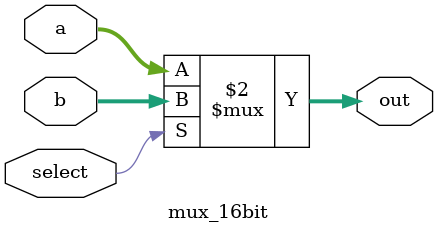
<source format=v>
`timescale 1ns / 1ps
module mux_16bit(
    input [15:0] a,b,
    input select,
    output [15:0] out
    );
	 assign out= (~select) ? a : b;

endmodule

</source>
